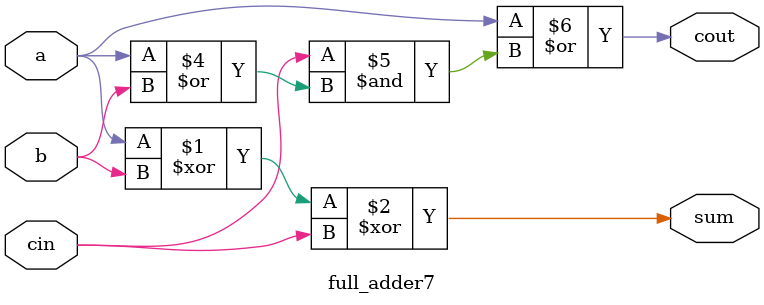
<source format=v>
module full_adder7(a,b,cin,sum,cout);
input a,b,cin;
output sum,cout;
assign sum = a^b^cin;
assign cout = a&1'b1|cin&(a|b); 
// initial begin
//     $display("The incorrect adder with and0 having in2/1");
// end   
endmodule
</source>
